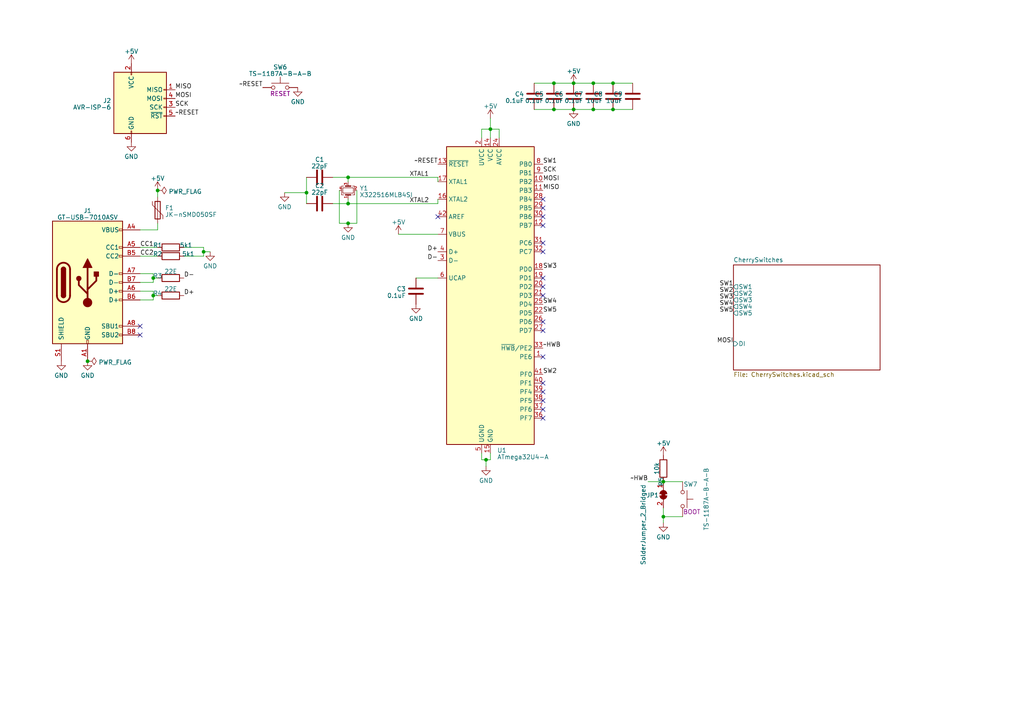
<source format=kicad_sch>
(kicad_sch (version 20230121) (generator eeschema)
  (paper "A4")
  (title_block (title "GO-button") (date "2023-03-08") (rev "1.0.0") (company "GZT") (comment 1 "Author: Gašper Doljak"))
  (lib_symbols
    (symbol "Connector:AVR-ISP-6" (pin_names (offset 1.016))
      (property "Reference" "J" (at -6.35 11.43 0))
      (property "Value" "AVR-ISP-6" (at 0 11.43 0))
      (symbol "AVR-ISP-6_0_1"
        (rectangle (start -2.667 -6.858) (end -2.413 -7.62))
        (rectangle (start -2.667 10.16) (end -2.413 9.398))
        (rectangle (start 7.62 -2.413) (end 6.858 -2.667))
        (rectangle (start 7.62 0.127) (end 6.858 -0.127))
        (rectangle (start 7.62 2.667) (end 6.858 2.413))
        (rectangle (start 7.62 5.207) (end 6.858 4.953))
        (rectangle (start 7.62 10.16) (end -7.62 -7.62) (stroke (width 0.254)) (fill (type background)))
      )
      (symbol "AVR-ISP-6_1_1"
        (pin passive line (at 10.16 5.08 180) (length 2.54) (name "MISO") (number "1"))
        (pin passive line (at -2.54 12.7 270) (length 2.54) (name "VCC") (number "2"))
        (pin passive line (at 10.16 0 180) (length 2.54) (name "SCK") (number "3"))
        (pin passive line (at 10.16 2.54 180) (length 2.54) (name "MOSI") (number "4"))
        (pin passive line (at 10.16 -2.54 180) (length 2.54) (name "~{RST}") (number "5"))
        (pin passive line (at -2.54 -10.16 90) (length 2.54) (name "GND") (number "6"))
      )
    )
    (symbol "Connector:USB_C_Receptacle_USB2.0" (pin_names (offset 1.016))
      (property "Reference" "J" (at -10.16 19.05 0))
      (property "Value" "USB_C_Receptacle_USB2.0" (at 19.05 19.05 0))
      (symbol "USB_C_Receptacle_USB2.0_0_0"
        (rectangle (start -0.254 -17.78) (end 0.254 -16.764))
        (rectangle (start 10.16 -14.986) (end 9.144 -15.494))
        (rectangle (start 10.16 -12.446) (end 9.144 -12.954))
        (rectangle (start 10.16 -4.826) (end 9.144 -5.334))
        (rectangle (start 10.16 -2.286) (end 9.144 -2.794))
        (rectangle (start 10.16 0.254) (end 9.144 -0.254))
        (rectangle (start 10.16 2.794) (end 9.144 2.286))
        (rectangle (start 10.16 7.874) (end 9.144 7.366))
        (rectangle (start 10.16 10.414) (end 9.144 9.906))
        (rectangle (start 10.16 15.494) (end 9.144 14.986))
      )
      (symbol "USB_C_Receptacle_USB2.0_0_1"
        (rectangle (start -10.16 17.78) (end 10.16 -17.78) (stroke (width 0.254)) (fill (type background)))
        (arc (start -8.89 -3.81) (mid -6.985 -5.7067) (end -5.08 -3.81) (stroke (width 0.508)))
        (arc (start -7.62 -3.81) (mid -6.985 -4.4423) (end -6.35 -3.81) (stroke (width 0.254)))
        (arc (start -7.62 -3.81) (mid -6.985 -4.4423) (end -6.35 -3.81) (stroke (width 0.254)) (fill (type outline)))
        (rectangle (start -7.62 -3.81) (end -6.35 3.81) (stroke (width 0.254)) (fill (type outline)))
        (arc (start -6.35 3.81) (mid -6.985 4.4423) (end -7.62 3.81) (stroke (width 0.254)))
        (arc (start -6.35 3.81) (mid -6.985 4.4423) (end -7.62 3.81) (stroke (width 0.254)) (fill (type outline)))
        (arc (start -5.08 3.81) (mid -6.985 5.7067) (end -8.89 3.81) (stroke (width 0.508)))
        (circle (center -2.54 1.143) (radius 0.635) (stroke (width 0.254)) (fill (type outline)))
        (circle (center 0 -5.842) (radius 1.27) (fill (type outline)))
        (polyline (pts (xy -8.89 -3.81) (xy -8.89 3.81)) (stroke (width 0.508)))
        (polyline (pts (xy -5.08 3.81) (xy -5.08 -3.81)) (stroke (width 0.508)))
        (polyline (pts (xy 0 -5.842) (xy 0 4.318)) (stroke (width 0.508)))
        (polyline (pts (xy 0 -3.302) (xy -2.54 -0.762) (xy -2.54 0.508)) (stroke (width 0.508)))
        (polyline (pts (xy 0 -2.032) (xy 2.54 0.508) (xy 2.54 1.778)) (stroke (width 0.508)))
        (polyline (pts (xy -1.27 4.318) (xy 0 6.858) (xy 1.27 4.318) (xy -1.27 4.318)) (stroke (width 0.254)) (fill (type outline)))
        (rectangle (start 1.905 1.778) (end 3.175 3.048) (stroke (width 0.254)) (fill (type outline)))
      )
      (symbol "USB_C_Receptacle_USB2.0_1_1"
        (pin passive line (at 0 -22.86 90) (length 5.08) (name "GND") (number "A1"))
        (pin passive line (at 0 -22.86 90) (length 5.08) hide (name "GND") (number "A12"))
        (pin passive line (at 15.24 15.24 180) (length 5.08) (name "VBUS") (number "A4"))
        (pin bidirectional line (at 15.24 10.16 180) (length 5.08) (name "CC1") (number "A5"))
        (pin bidirectional line (at 15.24 -2.54 180) (length 5.08) (name "D+") (number "A6"))
        (pin bidirectional line (at 15.24 2.54 180) (length 5.08) (name "D-") (number "A7"))
        (pin bidirectional line (at 15.24 -12.7 180) (length 5.08) (name "SBU1") (number "A8"))
        (pin passive line (at 15.24 15.24 180) (length 5.08) hide (name "VBUS") (number "A9"))
        (pin passive line (at 0 -22.86 90) (length 5.08) hide (name "GND") (number "B1"))
        (pin passive line (at 0 -22.86 90) (length 5.08) hide (name "GND") (number "B12"))
        (pin passive line (at 15.24 15.24 180) (length 5.08) hide (name "VBUS") (number "B4"))
        (pin bidirectional line (at 15.24 7.62 180) (length 5.08) (name "CC2") (number "B5"))
        (pin bidirectional line (at 15.24 -5.08 180) (length 5.08) (name "D+") (number "B6"))
        (pin bidirectional line (at 15.24 0 180) (length 5.08) (name "D-") (number "B7"))
        (pin bidirectional line (at 15.24 -15.24 180) (length 5.08) (name "SBU2") (number "B8"))
        (pin passive line (at 15.24 15.24 180) (length 5.08) hide (name "VBUS") (number "B9"))
        (pin passive line (at -7.62 -22.86 90) (length 5.08) (name "SHIELD") (number "S1"))
      )
    )
    (symbol "Device:C" (pin_numbers hide) (pin_names (offset 0.254))
      (property "Reference" "C" (at 0.635 2.54 0))
      (property "Value" "C" (at 0.635 -2.54 0))
      (symbol "C_0_1"
        (polyline (pts (xy -2.032 -0.762) (xy 2.032 -0.762)) (stroke (width 0.508)))
        (polyline (pts (xy -2.032 0.762) (xy 2.032 0.762)) (stroke (width 0.508)))
      )
      (symbol "C_1_1"
        (pin passive line (at 0 3.81 270) (length 2.794) (name "~") (number "1"))
        (pin passive line (at 0 -3.81 90) (length 2.794) (name "~") (number "2"))
      )
    )
    (symbol "Device:Crystal_GND24_Small" (pin_names (offset 1.016) hide)
      (property "Reference" "Y" (at 1.27 4.445 0))
      (property "Value" "Crystal_GND24_Small" (at 1.27 2.54 0))
      (symbol "Crystal_GND24_Small_0_1"
        (rectangle (start -0.762 -1.524) (end 0.762 1.524))
        (polyline (pts (xy -1.27 -0.762) (xy -1.27 0.762)) (stroke (width 0.381)))
        (polyline (pts (xy 1.27 -0.762) (xy 1.27 0.762)) (stroke (width 0.381)))
        (polyline (pts (xy -1.27 -1.27) (xy -1.27 -1.905) (xy 1.27 -1.905) (xy 1.27 -1.27)))
        (polyline (pts (xy -1.27 1.27) (xy -1.27 1.905) (xy 1.27 1.905) (xy 1.27 1.27)))
      )
      (symbol "Crystal_GND24_Small_1_1"
        (pin passive line (at -2.54 0 0) (length 1.27) (name "1") (number "1"))
        (pin passive line (at 0 -2.54 90) (length 0.635) (name "2") (number "2"))
        (pin passive line (at 2.54 0 180) (length 1.27) (name "3") (number "3"))
        (pin passive line (at 0 2.54 270) (length 0.635) (name "4") (number "4"))
      )
    )
    (symbol "Device:Polyfuse" (pin_numbers hide) (pin_names (offset 0))
      (property "Reference" "F" (at -2.54 0 90))
      (property "Value" "Polyfuse" (at 2.54 0 90))
      (symbol "Polyfuse_0_1"
        (rectangle (start -0.762 2.54) (end 0.762 -2.54) (stroke (width 0.254)))
        (polyline (pts (xy 0 2.54) (xy 0 -2.54)))
        (polyline (pts (xy -1.524 2.54) (xy -1.524 1.524) (xy 1.524 -1.524) (xy 1.524 -2.54)))
      )
      (symbol "Polyfuse_1_1"
        (pin passive line (at 0 3.81 270) (length 1.27) (name "~") (number "1"))
        (pin passive line (at 0 -3.81 90) (length 1.27) (name "~") (number "2"))
      )
    )
    (symbol "Device:R" (pin_numbers hide) (pin_names (offset 0))
      (property "Reference" "R" (at 2.032 0 90))
      (property "Value" "R" (at 0 0 90))
      (symbol "R_0_1"
        (rectangle (start -1.016 -2.54) (end 1.016 2.54) (stroke (width 0.254)))
      )
      (symbol "R_1_1"
        (pin passive line (at 0 3.81 270) (length 1.27) (name "~") (number "1"))
        (pin passive line (at 0 -3.81 90) (length 1.27) (name "~") (number "2"))
      )
    )
    (symbol "Jumper:SolderJumper_2_Bridged" (pin_names (offset 0) hide)
      (property "Reference" "JP" (at 0 2.032 0))
      (property "Value" "SolderJumper_2_Bridged" (at 0 -2.54 0))
      (symbol "SolderJumper_2_Bridged_0_1"
        (rectangle (start -0.508 0.508) (end 0.508 -0.508) (fill (type outline)))
        (arc (start -0.254 1.016) (mid -1.2656 0) (end -0.254 -1.016))
        (arc (start -0.254 1.016) (mid -1.2656 0) (end -0.254 -1.016) (fill (type outline)))
        (polyline (pts (xy -0.254 1.016) (xy -0.254 -1.016)))
        (polyline (pts (xy 0.254 1.016) (xy 0.254 -1.016)))
        (arc (start 0.254 -1.016) (mid 1.2656 0) (end 0.254 1.016))
        (arc (start 0.254 -1.016) (mid 1.2656 0) (end 0.254 1.016) (fill (type outline)))
      )
      (symbol "SolderJumper_2_Bridged_1_1"
        (pin passive line (at -3.81 0 0) (length 2.54) (name "A") (number "1"))
        (pin passive line (at 3.81 0 180) (length 2.54) (name "B") (number "2"))
      )
    )
    (symbol "MCU_Microchip_ATmega:ATmega32U4-M"
      (property "Reference" "U" (at -12.7 44.45 0))
      (property "Value" "ATmega32U4-M" (at 2.54 -44.45 0))
      (symbol "ATmega32U4-M_0_1"
        (rectangle (start -12.7 -43.18) (end 12.7 43.18) (stroke (width 0.254)) (fill (type background)))
      )
      (symbol "ATmega32U4-M_1_1"
        (pin bidirectional line (at 15.24 -17.78 180) (length 2.54) (name "PE6") (number "1"))
        (pin bidirectional line (at 15.24 33.02 180) (length 2.54) (name "PB2") (number "10"))
        (pin bidirectional line (at 15.24 30.48 180) (length 2.54) (name "PB3") (number "11"))
        (pin bidirectional line (at 15.24 20.32 180) (length 2.54) (name "PB7") (number "12"))
        (pin input line (at -15.24 38.1 0) (length 2.54) (name "~{RESET}") (number "13"))
        (pin power_in line (at 0 45.72 270) (length 2.54) (name "VCC") (number "14"))
        (pin power_in line (at 0 -45.72 90) (length 2.54) (name "GND") (number "15"))
        (pin output line (at -15.24 27.94 0) (length 2.54) (name "XTAL2") (number "16"))
        (pin input line (at -15.24 33.02 0) (length 2.54) (name "XTAL1") (number "17"))
        (pin bidirectional line (at 15.24 7.62 180) (length 2.54) (name "PD0") (number "18"))
        (pin bidirectional line (at 15.24 5.08 180) (length 2.54) (name "PD1") (number "19"))
        (pin power_in line (at -2.54 45.72 270) (length 2.54) (name "UVCC") (number "2"))
        (pin bidirectional line (at 15.24 2.54 180) (length 2.54) (name "PD2") (number "20"))
        (pin bidirectional line (at 15.24 0 180) (length 2.54) (name "PD3") (number "21"))
        (pin bidirectional line (at 15.24 -5.08 180) (length 2.54) (name "PD5") (number "22"))
        (pin passive line (at 0 -45.72 90) (length 2.54) hide (name "GND") (number "23"))
        (pin power_in line (at 2.54 45.72 270) (length 2.54) (name "AVCC") (number "24"))
        (pin bidirectional line (at 15.24 -2.54 180) (length 2.54) (name "PD4") (number "25"))
        (pin bidirectional line (at 15.24 -7.62 180) (length 2.54) (name "PD6") (number "26"))
        (pin bidirectional line (at 15.24 -10.16 180) (length 2.54) (name "PD7") (number "27"))
        (pin bidirectional line (at 15.24 27.94 180) (length 2.54) (name "PB4") (number "28"))
        (pin bidirectional line (at 15.24 25.4 180) (length 2.54) (name "PB5") (number "29"))
        (pin bidirectional line (at -15.24 10.16 0) (length 2.54) (name "D-") (number "3"))
        (pin bidirectional line (at 15.24 22.86 180) (length 2.54) (name "PB6") (number "30"))
        (pin bidirectional line (at 15.24 15.24 180) (length 2.54) (name "PC6") (number "31"))
        (pin bidirectional line (at 15.24 12.7 180) (length 2.54) (name "PC7") (number "32"))
        (pin bidirectional line (at 15.24 -15.24 180) (length 2.54) (name "~{HWB}/PE2") (number "33"))
        (pin passive line (at 0 45.72 270) (length 2.54) hide (name "VCC") (number "34"))
        (pin passive line (at 0 -45.72 90) (length 2.54) hide (name "GND") (number "35"))
        (pin bidirectional line (at 15.24 -35.56 180) (length 2.54) (name "PF7") (number "36"))
        (pin bidirectional line (at 15.24 -33.02 180) (length 2.54) (name "PF6") (number "37"))
        (pin bidirectional line (at 15.24 -30.48 180) (length 2.54) (name "PF5") (number "38"))
        (pin bidirectional line (at 15.24 -27.94 180) (length 2.54) (name "PF4") (number "39"))
        (pin bidirectional line (at -15.24 12.7 0) (length 2.54) (name "D+") (number "4"))
        (pin bidirectional line (at 15.24 -25.4 180) (length 2.54) (name "PF1") (number "40"))
        (pin bidirectional line (at 15.24 -22.86 180) (length 2.54) (name "PF0") (number "41"))
        (pin passive line (at -15.24 22.86 0) (length 2.54) (name "AREF") (number "42"))
        (pin passive line (at 0 -45.72 90) (length 2.54) hide (name "GND") (number "43"))
        (pin passive line (at 2.54 45.72 270) (length 2.54) hide (name "AVCC") (number "44"))
        (pin passive line (at 0 -45.72 90) (length 2.54) hide (name "GND") (number "45"))
        (pin passive line (at -2.54 -45.72 90) (length 2.54) (name "UGND") (number "5"))
        (pin passive line (at -15.24 5.08 0) (length 2.54) (name "UCAP") (number "6"))
        (pin input line (at -15.24 17.78 0) (length 2.54) (name "VBUS") (number "7"))
        (pin bidirectional line (at 15.24 38.1 180) (length 2.54) (name "PB0") (number "8"))
        (pin bidirectional line (at 15.24 35.56 180) (length 2.54) (name "PB1") (number "9"))
      )
    )
    (symbol "Switch:SW_Push" (pin_numbers hide) (pin_names (offset 1.016) hide)
      (property "Reference" "SW" (at 1.27 2.54 0))
      (property "Value" "SW_Push" (at 0 -1.524 0))
      (symbol "SW_Push_0_1"
        (circle (center -2.032 0) (radius 0.508))
        (polyline (pts (xy 0 1.27) (xy 0 3.048)))
        (polyline (pts (xy 2.54 1.27) (xy -2.54 1.27)))
        (circle (center 2.032 0) (radius 0.508))
        (pin passive line (at -5.08 0 0) (length 2.54) (name "1") (number "1"))
        (pin passive line (at 5.08 0 180) (length 2.54) (name "2") (number "2"))
      )
    )
    (symbol "power:+5V" (power) (pin_names (offset 0))
      (property "Value" "+5V" (at 0 3.556 0))
      (symbol "+5V_0_1"
        (polyline (pts (xy -0.762 1.27) (xy 0 2.54)))
        (polyline (pts (xy 0 0) (xy 0 2.54)))
        (polyline (pts (xy 0 2.54) (xy 0.762 1.27)))
      )
      (symbol "+5V_1_1"
        (pin power_in line (at 0 0 90) (length 0) hide (name "+5V") (number "1"))
      )
    )
    (symbol "power:GND" (power) (pin_names (offset 0))
      (property "Value" "GND" (at 0 -3.81 0))
      (symbol "GND_0_1"
        (polyline (pts (xy 0 0) (xy 0 -1.27) (xy 1.27 -1.27) (xy 0 -2.54) (xy -1.27 -1.27) (xy 0 -1.27)))
      )
      (symbol "GND_1_1"
        (pin power_in line (at 0 0 270) (length 0) hide (name "GND") (number "1"))
      )
    )
    (symbol "power:PWR_FLAG" (power) (pin_numbers hide) (pin_names (offset 0) hide)
      (property "Value" "PWR_FLAG" (at 0 3.81 0))
      (symbol "PWR_FLAG_0_0"
        (pin power_out line (at 0 0 90) (length 0) (name "pwr") (number "1"))
      )
      (symbol "PWR_FLAG_0_1"
        (polyline (pts (xy 0 0) (xy 0 1.27) (xy -1.016 1.905) (xy 0 2.54) (xy 1.016 1.905) (xy 0 1.27)))
      )
    )
  )
  (junction (at 192.405 149.86))
  (junction (at 160.655 31.75))
  (junction (at 177.8 24.13))
  (junction (at 166.37 31.75))
  (junction (at 59.055 73.025))
  (junction (at 192.405 139.7))
  (junction (at 100.965 64.77))
  (junction (at 166.37 24.13))
  (junction (at 140.97 133.35))
  (junction (at 100.965 51.435))
  (junction (at 44.45 85.725))
  (junction (at 172.085 24.13))
  (junction (at 100.965 59.055))
  (junction (at 172.085 31.75))
  (junction (at 25.4 104.775))
  (junction (at 160.655 24.13))
  (junction (at 177.8 31.75))
  (junction (at 142.24 37.465))
  (junction (at 88.9 55.88))
  (junction (at 44.45 80.645))
  (junction (at 45.72 55.245))
  (no_connect (at 157.48 83.185))
  (no_connect (at 157.48 85.725))
  (no_connect (at 157.48 111.125))
  (no_connect (at 157.48 60.325))
  (no_connect (at 157.48 93.345))
  (no_connect (at 157.48 73.025))
  (no_connect (at 157.48 121.285))
  (no_connect (at 157.48 116.205))
  (no_connect (at 157.48 103.505))
  (no_connect (at 157.48 113.665))
  (no_connect (at 157.48 62.865))
  (no_connect (at 157.48 70.485))
  (no_connect (at 127 62.865))
  (no_connect (at 157.48 65.405))
  (no_connect (at 40.64 94.615))
  (no_connect (at 157.48 80.645))
  (no_connect (at 157.48 118.745))
  (no_connect (at 157.48 57.785))
  (no_connect (at 157.48 95.885))
  (no_connect (at 40.64 97.155))
  (wire (pts (xy 139.7 40.005) (xy 139.7 37.465)))
  (wire (pts (xy 44.45 79.375) (xy 44.45 80.645)))
  (wire (pts (xy 45.72 55.245) (xy 45.72 57.15)))
  (wire (pts (xy 88.9 55.88) (xy 82.55 55.88)))
  (wire (pts (xy 192.405 139.7) (xy 197.993 139.7)))
  (wire (pts (xy 40.64 84.455) (xy 44.45 84.455)))
  (wire (pts (xy 40.64 74.295) (xy 45.72 74.295)))
  (wire (pts (xy 40.64 79.375) (xy 44.45 79.375)))
  (wire (pts (xy 142.24 40.005) (xy 142.24 37.465)))
  (wire (pts (xy 142.24 34.29) (xy 142.24 37.465)))
  (wire (pts (xy 44.45 84.455) (xy 44.45 85.725)))
  (wire (pts (xy 96.52 59.055) (xy 100.965 59.055)))
  (wire (pts (xy 96.52 51.435) (xy 100.965 51.435)))
  (wire (pts (xy 177.8 24.13) (xy 183.515 24.13)))
  (wire (pts (xy 115.57 67.945) (xy 127 67.945)))
  (wire (pts (xy 59.055 73.025) (xy 59.055 74.295)))
  (wire (pts (xy 142.24 133.35) (xy 142.24 131.445)))
  (wire (pts (xy 140.97 133.35) (xy 140.97 135.255)))
  (wire (pts (xy 44.45 85.725) (xy 45.72 85.725)))
  (wire (pts (xy 127 51.435) (xy 127 52.705)))
  (wire (pts (xy 127 57.785) (xy 127 59.055)))
  (wire (pts (xy 166.37 24.13) (xy 172.085 24.13)))
  (wire (pts (xy 139.7 133.35) (xy 140.97 133.35)))
  (wire (pts (xy 172.085 31.75) (xy 177.8 31.75)))
  (wire (pts (xy 177.8 31.75) (xy 183.515 31.75)))
  (wire (pts (xy 139.7 37.465) (xy 142.24 37.465)))
  (wire (pts (xy 98.425 64.77) (xy 100.965 64.77)))
  (wire (pts (xy 166.37 31.75) (xy 172.085 31.75)))
  (wire (pts (xy 154.94 24.13) (xy 160.655 24.13)))
  (wire (pts (xy 160.655 24.13) (xy 166.37 24.13)))
  (wire (pts (xy 100.965 51.435) (xy 127 51.435)))
  (wire (pts (xy 88.9 51.435) (xy 88.9 55.88)))
  (wire (pts (xy 192.405 147.32) (xy 192.405 149.86)))
  (wire (pts (xy 197.993 149.86) (xy 192.405 149.86)))
  (wire (pts (xy 100.965 57.785) (xy 100.965 59.055)))
  (wire (pts (xy 59.055 73.025) (xy 60.96 73.025)))
  (wire (pts (xy 144.78 37.465) (xy 144.78 40.005)))
  (wire (pts (xy 44.45 80.645) (xy 44.45 81.915)))
  (wire (pts (xy 100.965 59.055) (xy 127 59.055)))
  (wire (pts (xy 142.24 37.465) (xy 144.78 37.465)))
  (wire (pts (xy 44.45 80.645) (xy 45.72 80.645)))
  (wire (pts (xy 192.405 149.86) (xy 192.405 151.638)))
  (wire (pts (xy 187.96 139.7) (xy 192.405 139.7)))
  (wire (pts (xy 59.055 74.295) (xy 53.34 74.295)))
  (wire (pts (xy 88.9 55.88) (xy 88.9 59.055)))
  (wire (pts (xy 44.45 81.915) (xy 40.64 81.915)))
  (wire (pts (xy 53.34 71.755) (xy 59.055 71.755)))
  (wire (pts (xy 98.425 55.245) (xy 98.425 64.77)))
  (wire (pts (xy 100.965 51.435) (xy 100.965 52.705)))
  (wire (pts (xy 154.94 31.75) (xy 160.655 31.75)))
  (wire (pts (xy 40.64 66.675) (xy 45.72 66.675)))
  (wire (pts (xy 160.655 31.75) (xy 166.37 31.75)))
  (wire (pts (xy 172.085 24.13) (xy 177.8 24.13)))
  (wire (pts (xy 44.45 85.725) (xy 44.45 86.995)))
  (wire (pts (xy 45.72 64.77) (xy 45.72 66.675)))
  (wire (pts (xy 140.97 133.35) (xy 142.24 133.35)))
  (wire (pts (xy 139.7 131.445) (xy 139.7 133.35)))
  (wire (pts (xy 100.965 64.77) (xy 103.505 64.77)))
  (wire (pts (xy 103.505 64.77) (xy 103.505 55.245)))
  (wire (pts (xy 120.65 80.645) (xy 127 80.645)))
  (wire (pts (xy 44.45 86.995) (xy 40.64 86.995)))
  (wire (pts (xy 59.055 71.755) (xy 59.055 73.025)))
  (wire (pts (xy 40.64 71.755) (xy 45.72 71.755)))
  (label "D-" (at 127 75.565 180))
  (label "SCK" (at 157.48 50.165 0))
  (label "SCK" (at 50.8 31.115 0))
  (label "SW3" (at 157.48 78.105 0))
  (label "MISO" (at 157.48 55.245 0))
  (label "XTAL1" (at 118.745 51.435 0))
  (label "D+" (at 53.34 85.725 0))
  (label "~HWB" (at 157.48 100.965 0))
  (label "~RESET" (at 50.8 33.655 0))
  (label "CC1" (at 40.64 71.755 0))
  (label "MOSI" (at 212.725 99.695 180))
  (label "~RESET" (at 127 47.625 180))
  (label "CC2" (at 40.64 74.295 0))
  (label "SW2" (at 212.725 85.09 180))
  (label "SW5" (at 212.725 90.805 180))
  (label "MOSI" (at 50.8 28.575 0))
  (label "SW1" (at 157.48 47.625 0))
  (label "D-" (at 53.34 80.645 0))
  (label "SW4" (at 157.48 88.265 0))
  (label "SW5" (at 157.48 90.805 0))
  (label "~RESET" (at 76.2 25.4 180))
  (label "SW3" (at 212.725 86.995 180))
  (label "SW2" (at 157.48 108.585 0))
  (label "MOSI" (at 157.48 52.705 0))
  (label "SW1" (at 212.725 83.185 180))
  (label "D+" (at 127 73.025 180))
  (label "SW4" (at 212.725 88.9 180))
  (label "~HWB" (at 187.96 139.7 180))
  (label "MISO" (at 50.8 26.035 0))
  (label "XTAL2" (at 118.745 59.055 0))
  (symbol (lib_id "power:GND") (at 140.97 135.255 0) (unit 1)
    (property "Reference" "#PWR012" (effects hide))
    (property "Value" "GND" (at 140.97 139.3905 0))
  )
  (symbol (lib_id "power:GND") (at 25.4 104.775 0) (unit 1)
    (property "Reference" "#PWR02" (effects hide))
    (property "Value" "GND" (at 25.4 108.9105 0))
  )
  (symbol (lib_id "power:GND") (at 17.78 104.775 0) (unit 1)
    (property "Reference" "#PWR01" (effects hide))
    (property "Value" "GND" (at 17.78 108.9105 0))
  )
  (symbol (lib_id "power:GND") (at 166.37 31.75 0) (unit 1)
    (property "Reference" "#PWR015" (effects hide))
    (property "Value" "GND" (at 166.37 35.8855 0))
  )
  (symbol (lib_id "power:GND") (at 100.965 64.77 0) (unit 1)
    (property "Reference" "#PWR09" (effects hide))
    (property "Value" "GND" (at 100.965 68.9055 0))
  )
  (symbol (lib_id "power:+5V") (at 192.405 132.08 0) (unit 1)
    (property "Reference" "#PWR016" (effects hide))
    (property "Value" "+5V" (at 192.405 128.5781 0))
  )
  (symbol (lib_id "Device:C") (at 172.085 27.94 0) (mirror x) (unit 1)
    (property "Reference" "C7" (at 169.164 27.2963 0) (effects (justify right)))
    (property "Value" "0.1uF" (at 169.164 29.2173 0) (effects (justify right)))
    (property "Footprint" "Capacitor_SMD:C_0402_1005Metric" (effects hide))
  )
  (symbol (lib_id "Device:C") (at 154.94 27.94 0) (mirror x) (unit 1)
    (property "Reference" "C4" (at 152.019 27.2963 0) (effects (justify right)))
    (property "Value" "0.1uF" (at 152.019 29.2173 0) (effects (justify right)))
    (property "Footprint" "Capacitor_SMD:C_0402_1005Metric" (effects hide))
  )
  (symbol (lib_id "Connector:AVR-ISP-6") (at 40.64 31.115 0) (unit 1)
    (property "Reference" "J2" (at 32.258 29.2013 0) (effects (justify right)))
    (property "Value" "AVR-ISP-6" (at 32.258 31.1223 0) (effects (justify right)))
    (property "Footprint" "Connector:AVR_ISP_HEADER" (effects hide))
    (property "Datasheet" " ~" (effects hide))
  )
  (symbol (lib_id "Device:R") (at 49.53 85.725 90) (unit 1)
    (property "Reference" "R4" (at 45.72 85.09 90))
    (property "Value" "22E" (at 49.53 83.82 90))
    (property "Footprint" "Resistor_SMD:R_0402_1005Metric" (effects hide))
  )
  (symbol (lib_id "Device:C") (at 177.8 27.94 0) (mirror x) (unit 1)
    (property "Reference" "C8" (at 174.879 27.2963 0) (effects (justify right)))
    (property "Value" "10uF" (at 174.879 29.2173 0) (effects (justify right)))
    (property "Footprint" "Capacitor_SMD:C_0402_1005Metric" (effects hide))
  )
  (symbol (lib_id "Device:C") (at 183.515 27.94 0) (mirror x) (unit 1)
    (property "Reference" "C9" (at 180.594 27.2963 0) (effects (justify right)))
    (property "Value" "10uF" (at 180.594 29.2173 0) (effects (justify right)))
    (property "Footprint" "Capacitor_SMD:C_0402_1005Metric" (effects hide))
  )
  (symbol (lib_id "Device:Crystal_GND24_Small") (at 100.965 55.245 90) (unit 1)
    (property "Reference" "Y1" (at 104.2924 54.6013 90) (effects (justify right)))
    (property "Value" "X322516MLB4SI" (at 104.2924 56.5223 90) (effects (justify right)))
    (property "Footprint" "Crystal:Crystal_SMD_3225-4Pin_3.2x2.5mm" (effects hide))
  )
  (symbol (lib_id "Device:R") (at 49.53 71.755 90) (unit 1)
    (property "Reference" "R1" (at 45.72 71.12 90))
    (property "Value" "5k1" (at 53.975 71.12 90))
    (property "Footprint" "Resistor_SMD:R_0402_1005Metric" (effects hide))
  )
  (symbol (lib_id "power:+5V") (at 166.37 24.13 0) (unit 1)
    (property "Reference" "#PWR014" (effects hide))
    (property "Value" "+5V" (at 166.37 20.6281 0))
  )
  (symbol (lib_id "Device:C") (at 120.65 84.455 0) (mirror x) (unit 1)
    (property "Reference" "C3" (at 117.729 83.8113 0) (effects (justify right)))
    (property "Value" "0.1uF" (at 117.729 85.7323 0) (effects (justify right)))
    (property "Footprint" "Capacitor_SMD:C_0402_1005Metric" (effects hide))
  )
  (symbol (lib_id "power:+5V") (at 115.57 67.945 0) (unit 1)
    (property "Reference" "#PWR010" (effects hide))
    (property "Value" "+5V" (at 115.57 64.4431 0))
  )
  (symbol (lib_id "Device:C") (at 92.71 51.435 90) (unit 1)
    (property "Reference" "C1" (at 92.71 46.2661 90))
    (property "Value" "22pF" (at 92.71 48.1871 90))
    (property "Footprint" "Capacitor_SMD:C_0402_1005Metric" (effects hide))
  )
  (symbol (lib_id "power:+5V") (at 142.24 34.29 0) (unit 1)
    (property "Reference" "#PWR013" (effects hide))
    (property "Value" "+5V" (at 142.24 30.7881 0))
  )
  (symbol (lib_id "power:+5V") (at 38.1 18.415 0) (unit 1)
    (property "Reference" "#PWR03" (effects hide))
    (property "Value" "+5V" (at 38.1 14.9131 0))
  )
  (symbol (lib_id "Device:R") (at 49.53 74.295 90) (unit 1)
    (property "Reference" "R2" (at 45.72 73.66 90))
    (property "Value" "5k1" (at 54.61 73.66 90))
    (property "Footprint" "Resistor_SMD:R_0402_1005Metric" (effects hide))
  )
  (symbol (lib_id "Device:R") (at 49.53 80.645 90) (unit 1)
    (property "Reference" "R3" (at 45.72 80.01 90))
    (property "Value" "22E" (at 49.53 78.74 90))
    (property "Footprint" "Resistor_SMD:R_0402_1005Metric" (effects hide))
  )
  (symbol (lib_id "power:PWR_FLAG") (at 45.72 55.245 270) (unit 1)
    (property "Reference" "#FLG02" (effects hide))
    (property "Value" "PWR_FLAG" (at 48.895 55.5618 90) (effects (justify left)))
  )
  (symbol (lib_id "Connector:USB_C_Receptacle_USB2.0") (at 25.4 81.915 0) (unit 1)
    (property "Reference" "J1" (at 25.4 61.1251 0))
    (property "Value" "GT-USB-7010ASV" (at 25.4 63.0461 0))
    (property "Footprint" "Connector_USB:USB_C_Receptacle_G-Switch_GT-USB-7010ASV" (effects hide))
    (property "Datasheet" "https://www.usb.org/sites/default/files/documents/usb_type-c.zip" (effects hide))
  )
  (symbol (lib_id "Jumper:SolderJumper_2_Bridged") (at 192.405 143.51 270) (unit 1)
    (property "Reference" "JP1" (at 187.452 143.637 90) (effects (justify left)))
    (property "Value" "SolderJumper_2_Bridged" (at 186.563 140.462 0) (effects (justify left)))
    (property "Footprint" "Jumper:SolderJumper-2_P1.3mm_Bridged_RoundedPad1.0x1.5mm" (effects hide))
  )
  (symbol (lib_id "power:GND") (at 86.36 25.4 0) (unit 1)
    (property "Reference" "#PWR08" (effects hide))
    (property "Value" "GND" (at 86.36 29.5355 0))
  )
  (symbol (lib_id "Device:Polyfuse") (at 45.72 60.96 0) (unit 1)
    (property "Reference" "F1" (at 47.879 60.3163 0) (effects (justify left)))
    (property "Value" "JK-nSMD050SF" (at 47.879 62.2373 0) (effects (justify left)))
    (property "Footprint" "Fuse:Fuse_1206_3216Metric" (effects hide))
  )
  (symbol (lib_id "Device:R") (at 192.405 135.89 180) (unit 1)
    (property "Reference" "R5" (at 191.77 139.7 90))
    (property "Value" "10k" (at 190.5 135.89 90))
    (property "Footprint" "Resistor_SMD:R_0402_1005Metric" (effects hide))
  )
  (symbol (lib_id "power:GND") (at 120.65 88.265 0) (unit 1)
    (property "Reference" "#PWR011" (effects hide))
    (property "Value" "GND" (at 120.65 92.4005 0))
  )
  (symbol (lib_id "MCU_Microchip_ATmega:ATmega32U4-M") (at 142.24 85.725 0) (unit 1)
    (property "Reference" "U1" (at 144.1959 130.6275 0) (effects (justify left)))
    (property "Value" "ATmega32U4-A" (at 144.1959 132.5485 0) (effects (justify left)))
    (property "Footprint" "Package_DFN_QFN:QFN-44-1EP_7x7mm_P0.5mm_EP5.2x5.2mm_ThermalVias" (effects hide))
    (property "Datasheet" "http://ww1.microchip.com/downloads/en/DeviceDoc/Atmel-7766-8-bit-AVR-ATmega16U4-32U4_Datasheet.pdf" (effects hide))
  )
  (symbol (lib_id "Device:C") (at 166.37 27.94 0) (mirror x) (unit 1)
    (property "Reference" "C6" (at 163.449 27.2963 0) (effects (justify right)))
    (property "Value" "0.1uF" (at 163.449 29.2173 0) (effects (justify right)))
    (property "Footprint" "Capacitor_SMD:C_0402_1005Metric" (effects hide))
  )
  (symbol (lib_id "power:GND") (at 38.1 41.275 0) (unit 1)
    (property "Reference" "#PWR04" (effects hide))
    (property "Value" "GND" (at 38.1 45.4105 0))
  )
  (symbol (lib_id "power:GND") (at 82.55 55.88 0) (unit 1)
    (property "Reference" "#PWR07" (effects hide))
    (property "Value" "GND" (at 82.55 60.0155 0))
  )
  (symbol (lib_id "power:+5V") (at 45.72 55.245 0) (unit 1)
    (property "Reference" "#PWR05" (effects hide))
    (property "Value" "+5V" (at 45.72 51.7431 0))
  )
  (symbol (lib_id "power:GND") (at 192.405 151.638 0) (unit 1)
    (property "Reference" "#PWR017" (effects hide))
    (property "Value" "GND" (at 192.405 155.7735 0))
  )
  (symbol (lib_id "Switch:SW_Push") (at 197.993 144.78 270) (unit 1)
    (property "Reference" "SW7" (at 200.279 140.462 90))
    (property "Value" "TS-1187A-B-A-B" (at 204.851 144.78 0))
    (property "Footprint" "Button_Switch_SMD:SW_SPST_TL3342" (effects hide))
    (property "Designator" "BOOT" (at 200.66 148.463 90))
  )
  (symbol (lib_id "power:PWR_FLAG") (at 25.4 104.775 270) (unit 1)
    (property "Reference" "#FLG01" (effects hide))
    (property "Value" "PWR_FLAG" (at 28.575 105.0918 90) (effects (justify left)))
  )
  (symbol (lib_id "Switch:SW_Push") (at 81.28 25.4 0) (unit 1)
    (property "Reference" "SW6" (at 81.28 19.4691 0))
    (property "Value" "TS-1187A-B-A-B" (at 81.28 21.3901 0))
    (property "Footprint" "Button_Switch_SMD:SW_SPST_TL3342" (effects hide))
    (property "Designator" "RESET" (at 81.28 27.178 0))
  )
  (symbol (lib_id "Device:C") (at 92.71 59.055 90) (unit 1)
    (property "Reference" "C2" (at 92.71 53.8861 90))
    (property "Value" "22pF" (at 92.71 55.8071 90))
    (property "Footprint" "Capacitor_SMD:C_0402_1005Metric" (effects hide))
  )
  (symbol (lib_id "power:GND") (at 60.96 73.025 0) (unit 1)
    (property "Reference" "#PWR06" (effects hide))
    (property "Value" "GND" (at 60.96 77.1605 0))
  )
  (symbol (lib_id "Device:C") (at 160.655 27.94 0) (mirror x) (unit 1)
    (property "Reference" "C5" (at 157.734 27.2963 0) (effects (justify right)))
    (property "Value" "0.1uF" (at 157.734 29.2173 0) (effects (justify right)))
    (property "Footprint" "Capacitor_SMD:C_0402_1005Metric" (effects hide))
  )
  (sheet (at 212.725 76.835) (size 42.545 30.48) (stroke (width 0.1524))
    (property "Sheetname" "CherrySwitches" (at 212.725 76.1234 0) (effects (justify left bottom)))
    (property "Sheetfile" "CherrySwitches.kicad_sch" (at 212.725 107.8996 0) (effects (justify left top)))
    (pin "SW3" output (at 212.725 86.995 180))
    (pin "SW2" output (at 212.725 85.09 180))
    (pin "SW1" output (at 212.725 83.185 180))
    (pin "SW5" output (at 212.725 90.805 180))
    (pin "SW4" output (at 212.725 88.9 180))
    (pin "DI" input (at 212.725 99.695 180))
  )
)
</source>
